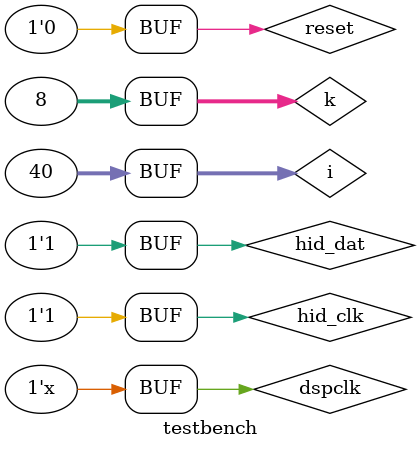
<source format=v>
`timescale 1ns / 1ps


module testbench();

    reg         dspclk;
    reg         reset;
    reg         hid_clk;
    reg         hid_dat;
    wire [7:0]  led;
    wire        pari_err;
    
    integer k = 0 ;
    integer i = 0 ;
          //integer j;
  
  hid_controller dut (  
  dspclk,
  reset,
  hid_clk,
  hid_dat,
  pari_err,
  led
  );
  
  always begin
        #5; dspclk = !dspclk; 
  end
  
  initial begin
     dspclk  = 1'b0;
     reset   = 1'b0;
     hid_clk = 1'b1;
     hid_dat = 1'b1;
  end
  
  initial begin
    // reset 
    #100; reset = 1'b1;
    #100; reset = 1'b0;
    #100;
    
    // test
    delay(1000); //1ms
    key_send(8'h1C);
    delay(1000); //1ms
    key_send(8'h1C);  delay(10);
    key_send(8'hF0);  key_send(8'h1C);  
  end
    
task key_send;
      input [7:0] data;
        begin
            // start
            hid_dat = 1'b0;     delay(8'd20);
            hid_clk = 1'b0;     delay(8'd40);
            // data
            for (k = 0; k < 8; k = k + 1 ) begin
                hid_clk = 1'b1;     delay(8'd5);
                hid_dat = data[k];  delay(8'd35);
                hid_clk = 1'b0;     delay(8'd40);                
            end
            // parity
                hid_clk = 1'b1;     delay(8'd5);
                hid_dat = 1'b0;     delay(8'd35);
                hid_clk = 1'b0;     delay(8'd40);
            // stop
                hid_clk = 1'b1;     delay(8'd5);
                hid_dat = 1'b1;     delay(8'd35);
                hid_clk = 1'b0;     delay(8'd40);  
                hid_clk = 1'b1;     delay(8'd40);           
        end
endtask

task delay;
    input [7:0] usecond;
        begin
            for ( i = 0; i < usecond; i = i + 1) begin
                #1000;
            end
            //i = 0;
        end 
endtask

endmodule


</source>
